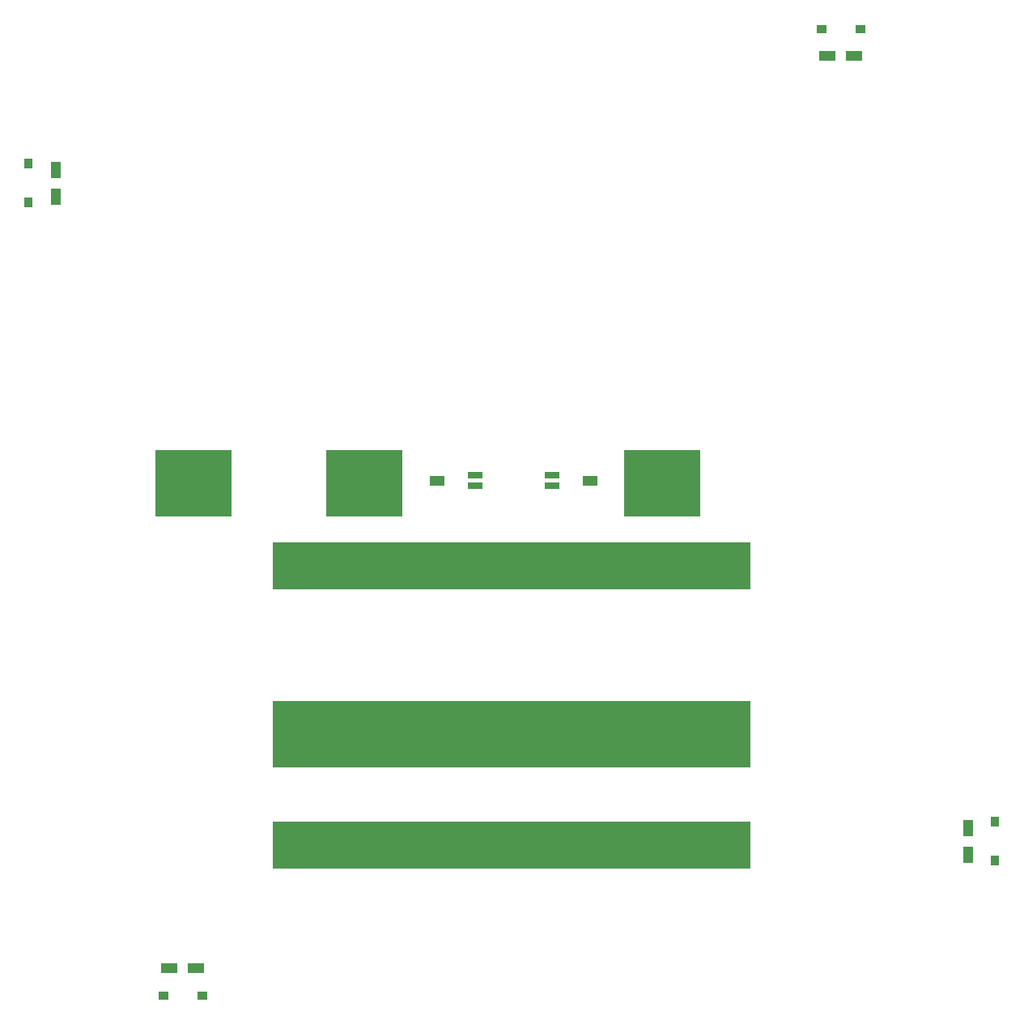
<source format=gbp>
G04*
G04 #@! TF.GenerationSoftware,Altium Limited,Altium Designer,18.1.9 (240)*
G04*
G04 Layer_Color=128*
%FSLAX25Y25*%
%MOIN*%
G70*
G01*
G75*
%ADD63R,0.31496X0.27559*%
%ADD64R,1.96850X0.27559*%
%ADD65R,1.96850X0.19685*%
%ADD66R,0.06299X0.03150*%
%ADD67R,0.06299X0.03937*%
%ADD68R,0.07087X0.04331*%
%ADD69R,0.04331X0.03543*%
%ADD70R,0.04331X0.07087*%
%ADD71R,0.03543X0.04331*%
D63*
X30419Y227468D02*
D03*
X100596D02*
D03*
X223333Y227467D02*
D03*
D64*
X161417Y123937D02*
D03*
D65*
Y78437D02*
D03*
Y193237D02*
D03*
D66*
X177835Y230594D02*
D03*
Y226264D02*
D03*
X146280Y226264D02*
D03*
Y230594D02*
D03*
D67*
X193583Y228429D02*
D03*
X130531Y228429D02*
D03*
D68*
X20472Y27724D02*
D03*
X31472Y27724D02*
D03*
X302472Y403283D02*
D03*
X291472Y403283D02*
D03*
D69*
X17972Y16504D02*
D03*
X33972D02*
D03*
X304972Y414504D02*
D03*
X288972D02*
D03*
D70*
X349252Y74504D02*
D03*
X349252Y85504D02*
D03*
X-26307Y356504D02*
D03*
X-26307Y345504D02*
D03*
D71*
X360472Y72004D02*
D03*
Y88004D02*
D03*
X-37528Y359004D02*
D03*
Y343004D02*
D03*
M02*

</source>
